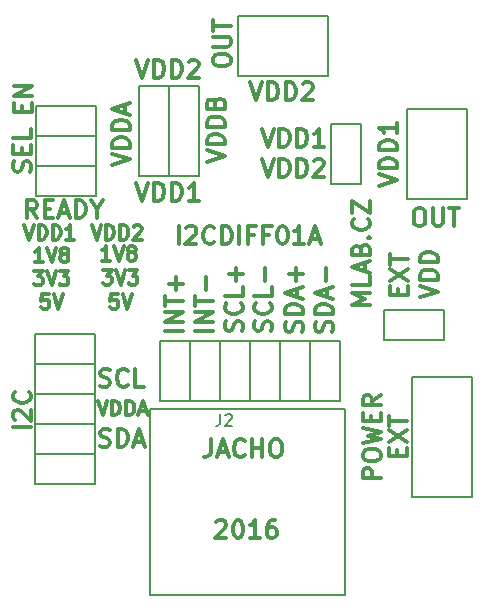
<source format=gbr>
G04 #@! TF.FileFunction,Legend,Top*
%FSLAX46Y46*%
G04 Gerber Fmt 4.6, Leading zero omitted, Abs format (unit mm)*
G04 Created by KiCad (PCBNEW 4.0.1-stable) date 18. 2. 2016 10:36:15*
%MOMM*%
G01*
G04 APERTURE LIST*
%ADD10C,0.300000*%
%ADD11C,0.150000*%
G04 APERTURE END LIST*
D10*
X22387643Y22701214D02*
X22459071Y22915500D01*
X22459071Y23272643D01*
X22387643Y23415500D01*
X22316214Y23486929D01*
X22173357Y23558357D01*
X22030500Y23558357D01*
X21887643Y23486929D01*
X21816214Y23415500D01*
X21744786Y23272643D01*
X21673357Y22986929D01*
X21601929Y22844071D01*
X21530500Y22772643D01*
X21387643Y22701214D01*
X21244786Y22701214D01*
X21101929Y22772643D01*
X21030500Y22844071D01*
X20959071Y22986929D01*
X20959071Y23344071D01*
X21030500Y23558357D01*
X22316214Y25058357D02*
X22387643Y24986928D01*
X22459071Y24772642D01*
X22459071Y24629785D01*
X22387643Y24415500D01*
X22244786Y24272642D01*
X22101929Y24201214D01*
X21816214Y24129785D01*
X21601929Y24129785D01*
X21316214Y24201214D01*
X21173357Y24272642D01*
X21030500Y24415500D01*
X20959071Y24629785D01*
X20959071Y24772642D01*
X21030500Y24986928D01*
X21101929Y25058357D01*
X22459071Y26415500D02*
X22459071Y25701214D01*
X20959071Y25701214D01*
X21887643Y26915500D02*
X21887643Y28058357D01*
X19911143Y22701214D02*
X19982571Y22915500D01*
X19982571Y23272643D01*
X19911143Y23415500D01*
X19839714Y23486929D01*
X19696857Y23558357D01*
X19554000Y23558357D01*
X19411143Y23486929D01*
X19339714Y23415500D01*
X19268286Y23272643D01*
X19196857Y22986929D01*
X19125429Y22844071D01*
X19054000Y22772643D01*
X18911143Y22701214D01*
X18768286Y22701214D01*
X18625429Y22772643D01*
X18554000Y22844071D01*
X18482571Y22986929D01*
X18482571Y23344071D01*
X18554000Y23558357D01*
X19839714Y25058357D02*
X19911143Y24986928D01*
X19982571Y24772642D01*
X19982571Y24629785D01*
X19911143Y24415500D01*
X19768286Y24272642D01*
X19625429Y24201214D01*
X19339714Y24129785D01*
X19125429Y24129785D01*
X18839714Y24201214D01*
X18696857Y24272642D01*
X18554000Y24415500D01*
X18482571Y24629785D01*
X18482571Y24772642D01*
X18554000Y24986928D01*
X18625429Y25058357D01*
X19982571Y26415500D02*
X19982571Y25701214D01*
X18482571Y25701214D01*
X19411143Y26915500D02*
X19411143Y28058357D01*
X19982571Y27486928D02*
X18839714Y27486928D01*
X2324287Y27771643D02*
X3067144Y27771643D01*
X2667144Y27314500D01*
X2838572Y27314500D01*
X2952858Y27257357D01*
X3010001Y27200214D01*
X3067144Y27085929D01*
X3067144Y26800214D01*
X3010001Y26685929D01*
X2952858Y26628786D01*
X2838572Y26571643D01*
X2495715Y26571643D01*
X2381429Y26628786D01*
X2324287Y26685929D01*
X3410001Y27771643D02*
X3810001Y26571643D01*
X4210001Y27771643D01*
X4495715Y27771643D02*
X5238572Y27771643D01*
X4838572Y27314500D01*
X5010000Y27314500D01*
X5124286Y27257357D01*
X5181429Y27200214D01*
X5238572Y27085929D01*
X5238572Y26800214D01*
X5181429Y26685929D01*
X5124286Y26628786D01*
X5010000Y26571643D01*
X4667143Y26571643D01*
X4552857Y26628786D01*
X4495715Y26685929D01*
X2576001Y32277929D02*
X2076001Y32992214D01*
X1718858Y32277929D02*
X1718858Y33777929D01*
X2290286Y33777929D01*
X2433144Y33706500D01*
X2504572Y33635071D01*
X2576001Y33492214D01*
X2576001Y33277929D01*
X2504572Y33135071D01*
X2433144Y33063643D01*
X2290286Y32992214D01*
X1718858Y32992214D01*
X3218858Y33063643D02*
X3718858Y33063643D01*
X3933144Y32277929D02*
X3218858Y32277929D01*
X3218858Y33777929D01*
X3933144Y33777929D01*
X4504572Y32706500D02*
X5218858Y32706500D01*
X4361715Y32277929D02*
X4861715Y33777929D01*
X5361715Y32277929D01*
X5861715Y32277929D02*
X5861715Y33777929D01*
X6218858Y33777929D01*
X6433143Y33706500D01*
X6576001Y33563643D01*
X6647429Y33420786D01*
X6718858Y33135071D01*
X6718858Y32920786D01*
X6647429Y32635071D01*
X6576001Y32492214D01*
X6433143Y32349357D01*
X6218858Y32277929D01*
X5861715Y32277929D01*
X7647429Y32992214D02*
X7647429Y32277929D01*
X7147429Y33777929D02*
X7647429Y32992214D01*
X8147429Y33777929D01*
X33103357Y12108858D02*
X33103357Y12608858D01*
X33889071Y12823144D02*
X33889071Y12108858D01*
X32389071Y12108858D01*
X32389071Y12823144D01*
X32389071Y13323144D02*
X33889071Y14323144D01*
X32389071Y14323144D02*
X33889071Y13323144D01*
X32389071Y14680286D02*
X32389071Y15537429D01*
X33889071Y15108858D02*
X32389071Y15108858D01*
X17748572Y6520571D02*
X17820001Y6592000D01*
X17962858Y6663429D01*
X18320001Y6663429D01*
X18462858Y6592000D01*
X18534287Y6520571D01*
X18605715Y6377714D01*
X18605715Y6234857D01*
X18534287Y6020571D01*
X17677144Y5163429D01*
X18605715Y5163429D01*
X19534286Y6663429D02*
X19677143Y6663429D01*
X19820000Y6592000D01*
X19891429Y6520571D01*
X19962858Y6377714D01*
X20034286Y6092000D01*
X20034286Y5734857D01*
X19962858Y5449143D01*
X19891429Y5306286D01*
X19820000Y5234857D01*
X19677143Y5163429D01*
X19534286Y5163429D01*
X19391429Y5234857D01*
X19320000Y5306286D01*
X19248572Y5449143D01*
X19177143Y5734857D01*
X19177143Y6092000D01*
X19248572Y6377714D01*
X19320000Y6520571D01*
X19391429Y6592000D01*
X19534286Y6663429D01*
X21462857Y5163429D02*
X20605714Y5163429D01*
X21034286Y5163429D02*
X21034286Y6663429D01*
X20891429Y6449143D01*
X20748571Y6306286D01*
X20605714Y6234857D01*
X22748571Y6663429D02*
X22462857Y6663429D01*
X22320000Y6592000D01*
X22248571Y6520571D01*
X22105714Y6306286D01*
X22034285Y6020571D01*
X22034285Y5449143D01*
X22105714Y5306286D01*
X22177142Y5234857D01*
X22320000Y5163429D01*
X22605714Y5163429D01*
X22748571Y5234857D01*
X22820000Y5306286D01*
X22891428Y5449143D01*
X22891428Y5806286D01*
X22820000Y5949143D01*
X22748571Y6020571D01*
X22605714Y6092000D01*
X22320000Y6092000D01*
X22177142Y6020571D01*
X22105714Y5949143D01*
X22034285Y5806286D01*
X17316000Y13521429D02*
X17316000Y12450000D01*
X17244572Y12235714D01*
X17101715Y12092857D01*
X16887429Y12021429D01*
X16744572Y12021429D01*
X17958857Y12450000D02*
X18673143Y12450000D01*
X17816000Y12021429D02*
X18316000Y13521429D01*
X18816000Y12021429D01*
X20173143Y12164286D02*
X20101714Y12092857D01*
X19887428Y12021429D01*
X19744571Y12021429D01*
X19530286Y12092857D01*
X19387428Y12235714D01*
X19316000Y12378571D01*
X19244571Y12664286D01*
X19244571Y12878571D01*
X19316000Y13164286D01*
X19387428Y13307143D01*
X19530286Y13450000D01*
X19744571Y13521429D01*
X19887428Y13521429D01*
X20101714Y13450000D01*
X20173143Y13378571D01*
X20816000Y12021429D02*
X20816000Y13521429D01*
X20816000Y12807143D02*
X21673143Y12807143D01*
X21673143Y12021429D02*
X21673143Y13521429D01*
X22673143Y13521429D02*
X22958857Y13521429D01*
X23101715Y13450000D01*
X23244572Y13307143D01*
X23316000Y13021429D01*
X23316000Y12521429D01*
X23244572Y12235714D01*
X23101715Y12092857D01*
X22958857Y12021429D01*
X22673143Y12021429D01*
X22530286Y12092857D01*
X22387429Y12235714D01*
X22316000Y12521429D01*
X22316000Y13021429D01*
X22387429Y13307143D01*
X22530286Y13450000D01*
X22673143Y13521429D01*
X9423429Y25803143D02*
X8852000Y25803143D01*
X8794857Y25231714D01*
X8852000Y25288857D01*
X8966286Y25346000D01*
X9252000Y25346000D01*
X9366286Y25288857D01*
X9423429Y25231714D01*
X9480572Y25117429D01*
X9480572Y24831714D01*
X9423429Y24717429D01*
X9366286Y24660286D01*
X9252000Y24603143D01*
X8966286Y24603143D01*
X8852000Y24660286D01*
X8794857Y24717429D01*
X9823429Y25803143D02*
X10223429Y24603143D01*
X10623429Y25803143D01*
X8166287Y27835143D02*
X8909144Y27835143D01*
X8509144Y27378000D01*
X8680572Y27378000D01*
X8794858Y27320857D01*
X8852001Y27263714D01*
X8909144Y27149429D01*
X8909144Y26863714D01*
X8852001Y26749429D01*
X8794858Y26692286D01*
X8680572Y26635143D01*
X8337715Y26635143D01*
X8223429Y26692286D01*
X8166287Y26749429D01*
X9252001Y27835143D02*
X9652001Y26635143D01*
X10052001Y27835143D01*
X10337715Y27835143D02*
X11080572Y27835143D01*
X10680572Y27378000D01*
X10852000Y27378000D01*
X10966286Y27320857D01*
X11023429Y27263714D01*
X11080572Y27149429D01*
X11080572Y26863714D01*
X11023429Y26749429D01*
X10966286Y26692286D01*
X10852000Y26635143D01*
X10509143Y26635143D01*
X10394857Y26692286D01*
X10337715Y26749429D01*
X8782144Y28667143D02*
X8096429Y28667143D01*
X8439287Y28667143D02*
X8439287Y29867143D01*
X8325001Y29695714D01*
X8210715Y29581429D01*
X8096429Y29524286D01*
X9125001Y29867143D02*
X9525001Y28667143D01*
X9925001Y29867143D01*
X10496429Y29352857D02*
X10382143Y29410000D01*
X10325000Y29467143D01*
X10267857Y29581429D01*
X10267857Y29638571D01*
X10325000Y29752857D01*
X10382143Y29810000D01*
X10496429Y29867143D01*
X10725000Y29867143D01*
X10839286Y29810000D01*
X10896429Y29752857D01*
X10953572Y29638571D01*
X10953572Y29581429D01*
X10896429Y29467143D01*
X10839286Y29410000D01*
X10725000Y29352857D01*
X10496429Y29352857D01*
X10382143Y29295714D01*
X10325000Y29238571D01*
X10267857Y29124286D01*
X10267857Y28895714D01*
X10325000Y28781429D01*
X10382143Y28724286D01*
X10496429Y28667143D01*
X10725000Y28667143D01*
X10839286Y28724286D01*
X10896429Y28781429D01*
X10953572Y28895714D01*
X10953572Y29124286D01*
X10896429Y29238571D01*
X10839286Y29295714D01*
X10725000Y29352857D01*
X3581429Y25803143D02*
X3010000Y25803143D01*
X2952857Y25231714D01*
X3010000Y25288857D01*
X3124286Y25346000D01*
X3410000Y25346000D01*
X3524286Y25288857D01*
X3581429Y25231714D01*
X3638572Y25117429D01*
X3638572Y24831714D01*
X3581429Y24717429D01*
X3524286Y24660286D01*
X3410000Y24603143D01*
X3124286Y24603143D01*
X3010000Y24660286D01*
X2952857Y24717429D01*
X3981429Y25803143D02*
X4381429Y24603143D01*
X4781429Y25803143D01*
X3067144Y28540143D02*
X2381429Y28540143D01*
X2724287Y28540143D02*
X2724287Y29740143D01*
X2610001Y29568714D01*
X2495715Y29454429D01*
X2381429Y29397286D01*
X3410001Y29740143D02*
X3810001Y28540143D01*
X4210001Y29740143D01*
X4781429Y29225857D02*
X4667143Y29283000D01*
X4610000Y29340143D01*
X4552857Y29454429D01*
X4552857Y29511571D01*
X4610000Y29625857D01*
X4667143Y29683000D01*
X4781429Y29740143D01*
X5010000Y29740143D01*
X5124286Y29683000D01*
X5181429Y29625857D01*
X5238572Y29511571D01*
X5238572Y29454429D01*
X5181429Y29340143D01*
X5124286Y29283000D01*
X5010000Y29225857D01*
X4781429Y29225857D01*
X4667143Y29168714D01*
X4610000Y29111571D01*
X4552857Y28997286D01*
X4552857Y28768714D01*
X4610000Y28654429D01*
X4667143Y28597286D01*
X4781429Y28540143D01*
X5010000Y28540143D01*
X5124286Y28597286D01*
X5181429Y28654429D01*
X5238572Y28768714D01*
X5238572Y28997286D01*
X5181429Y29111571D01*
X5124286Y29168714D01*
X5010000Y29225857D01*
X1511572Y31645143D02*
X1911572Y30445143D01*
X2311572Y31645143D01*
X2711571Y30445143D02*
X2711571Y31645143D01*
X2997286Y31645143D01*
X3168714Y31588000D01*
X3283000Y31473714D01*
X3340143Y31359429D01*
X3397286Y31130857D01*
X3397286Y30959429D01*
X3340143Y30730857D01*
X3283000Y30616571D01*
X3168714Y30502286D01*
X2997286Y30445143D01*
X2711571Y30445143D01*
X3911571Y30445143D02*
X3911571Y31645143D01*
X4197286Y31645143D01*
X4368714Y31588000D01*
X4483000Y31473714D01*
X4540143Y31359429D01*
X4597286Y31130857D01*
X4597286Y30959429D01*
X4540143Y30730857D01*
X4483000Y30616571D01*
X4368714Y30502286D01*
X4197286Y30445143D01*
X3911571Y30445143D01*
X5740143Y30445143D02*
X5054428Y30445143D01*
X5397286Y30445143D02*
X5397286Y31645143D01*
X5283000Y31473714D01*
X5168714Y31359429D01*
X5054428Y31302286D01*
X7226572Y31645143D02*
X7626572Y30445143D01*
X8026572Y31645143D01*
X8426571Y30445143D02*
X8426571Y31645143D01*
X8712286Y31645143D01*
X8883714Y31588000D01*
X8998000Y31473714D01*
X9055143Y31359429D01*
X9112286Y31130857D01*
X9112286Y30959429D01*
X9055143Y30730857D01*
X8998000Y30616571D01*
X8883714Y30502286D01*
X8712286Y30445143D01*
X8426571Y30445143D01*
X9626571Y30445143D02*
X9626571Y31645143D01*
X9912286Y31645143D01*
X10083714Y31588000D01*
X10198000Y31473714D01*
X10255143Y31359429D01*
X10312286Y31130857D01*
X10312286Y30959429D01*
X10255143Y30730857D01*
X10198000Y30616571D01*
X10083714Y30502286D01*
X9912286Y30445143D01*
X9626571Y30445143D01*
X10769428Y31530857D02*
X10826571Y31588000D01*
X10940857Y31645143D01*
X11226571Y31645143D01*
X11340857Y31588000D01*
X11398000Y31530857D01*
X11455143Y31416571D01*
X11455143Y31302286D01*
X11398000Y31130857D01*
X10712286Y30445143D01*
X11455143Y30445143D01*
X30777571Y24888572D02*
X29277571Y24888572D01*
X30349000Y25388572D01*
X29277571Y25888572D01*
X30777571Y25888572D01*
X30777571Y27317144D02*
X30777571Y26602858D01*
X29277571Y26602858D01*
X30349000Y27745715D02*
X30349000Y28460001D01*
X30777571Y27602858D02*
X29277571Y28102858D01*
X30777571Y28602858D01*
X29991857Y29602858D02*
X30063286Y29817144D01*
X30134714Y29888572D01*
X30277571Y29960001D01*
X30491857Y29960001D01*
X30634714Y29888572D01*
X30706143Y29817144D01*
X30777571Y29674286D01*
X30777571Y29102858D01*
X29277571Y29102858D01*
X29277571Y29602858D01*
X29349000Y29745715D01*
X29420429Y29817144D01*
X29563286Y29888572D01*
X29706143Y29888572D01*
X29849000Y29817144D01*
X29920429Y29745715D01*
X29991857Y29602858D01*
X29991857Y29102858D01*
X30634714Y30602858D02*
X30706143Y30674286D01*
X30777571Y30602858D01*
X30706143Y30531429D01*
X30634714Y30602858D01*
X30777571Y30602858D01*
X30634714Y32174287D02*
X30706143Y32102858D01*
X30777571Y31888572D01*
X30777571Y31745715D01*
X30706143Y31531430D01*
X30563286Y31388572D01*
X30420429Y31317144D01*
X30134714Y31245715D01*
X29920429Y31245715D01*
X29634714Y31317144D01*
X29491857Y31388572D01*
X29349000Y31531430D01*
X29277571Y31745715D01*
X29277571Y31888572D01*
X29349000Y32102858D01*
X29420429Y32174287D01*
X29277571Y32674287D02*
X29277571Y33674287D01*
X30777571Y32674287D01*
X30777571Y33674287D01*
X14581930Y30055429D02*
X14581930Y31555429D01*
X15224787Y31412571D02*
X15296216Y31484000D01*
X15439073Y31555429D01*
X15796216Y31555429D01*
X15939073Y31484000D01*
X16010502Y31412571D01*
X16081930Y31269714D01*
X16081930Y31126857D01*
X16010502Y30912571D01*
X15153359Y30055429D01*
X16081930Y30055429D01*
X17581930Y30198286D02*
X17510501Y30126857D01*
X17296215Y30055429D01*
X17153358Y30055429D01*
X16939073Y30126857D01*
X16796215Y30269714D01*
X16724787Y30412571D01*
X16653358Y30698286D01*
X16653358Y30912571D01*
X16724787Y31198286D01*
X16796215Y31341143D01*
X16939073Y31484000D01*
X17153358Y31555429D01*
X17296215Y31555429D01*
X17510501Y31484000D01*
X17581930Y31412571D01*
X18224787Y30055429D02*
X18224787Y31555429D01*
X18581930Y31555429D01*
X18796215Y31484000D01*
X18939073Y31341143D01*
X19010501Y31198286D01*
X19081930Y30912571D01*
X19081930Y30698286D01*
X19010501Y30412571D01*
X18939073Y30269714D01*
X18796215Y30126857D01*
X18581930Y30055429D01*
X18224787Y30055429D01*
X19724787Y30055429D02*
X19724787Y31555429D01*
X20939073Y30841143D02*
X20439073Y30841143D01*
X20439073Y30055429D02*
X20439073Y31555429D01*
X21153359Y31555429D01*
X22224787Y30841143D02*
X21724787Y30841143D01*
X21724787Y30055429D02*
X21724787Y31555429D01*
X22439073Y31555429D01*
X23296215Y31555429D02*
X23439072Y31555429D01*
X23581929Y31484000D01*
X23653358Y31412571D01*
X23724787Y31269714D01*
X23796215Y30984000D01*
X23796215Y30626857D01*
X23724787Y30341143D01*
X23653358Y30198286D01*
X23581929Y30126857D01*
X23439072Y30055429D01*
X23296215Y30055429D01*
X23153358Y30126857D01*
X23081929Y30198286D01*
X23010501Y30341143D01*
X22939072Y30626857D01*
X22939072Y30984000D01*
X23010501Y31269714D01*
X23081929Y31412571D01*
X23153358Y31484000D01*
X23296215Y31555429D01*
X25224786Y30055429D02*
X24367643Y30055429D01*
X24796215Y30055429D02*
X24796215Y31555429D01*
X24653358Y31341143D01*
X24510500Y31198286D01*
X24367643Y31126857D01*
X25796214Y30484000D02*
X26510500Y30484000D01*
X25653357Y30055429D02*
X26153357Y31555429D01*
X26653357Y30055429D01*
X21606572Y37270429D02*
X22106572Y35770429D01*
X22606572Y37270429D01*
X23106572Y35770429D02*
X23106572Y37270429D01*
X23463715Y37270429D01*
X23678000Y37199000D01*
X23820858Y37056143D01*
X23892286Y36913286D01*
X23963715Y36627571D01*
X23963715Y36413286D01*
X23892286Y36127571D01*
X23820858Y35984714D01*
X23678000Y35841857D01*
X23463715Y35770429D01*
X23106572Y35770429D01*
X24606572Y35770429D02*
X24606572Y37270429D01*
X24963715Y37270429D01*
X25178000Y37199000D01*
X25320858Y37056143D01*
X25392286Y36913286D01*
X25463715Y36627571D01*
X25463715Y36413286D01*
X25392286Y36127571D01*
X25320858Y35984714D01*
X25178000Y35841857D01*
X24963715Y35770429D01*
X24606572Y35770429D01*
X26035143Y37127571D02*
X26106572Y37199000D01*
X26249429Y37270429D01*
X26606572Y37270429D01*
X26749429Y37199000D01*
X26820858Y37127571D01*
X26892286Y36984714D01*
X26892286Y36841857D01*
X26820858Y36627571D01*
X25963715Y35770429D01*
X26892286Y35770429D01*
X21606572Y39810429D02*
X22106572Y38310429D01*
X22606572Y39810429D01*
X23106572Y38310429D02*
X23106572Y39810429D01*
X23463715Y39810429D01*
X23678000Y39739000D01*
X23820858Y39596143D01*
X23892286Y39453286D01*
X23963715Y39167571D01*
X23963715Y38953286D01*
X23892286Y38667571D01*
X23820858Y38524714D01*
X23678000Y38381857D01*
X23463715Y38310429D01*
X23106572Y38310429D01*
X24606572Y38310429D02*
X24606572Y39810429D01*
X24963715Y39810429D01*
X25178000Y39739000D01*
X25320858Y39596143D01*
X25392286Y39453286D01*
X25463715Y39167571D01*
X25463715Y38953286D01*
X25392286Y38667571D01*
X25320858Y38524714D01*
X25178000Y38381857D01*
X24963715Y38310429D01*
X24606572Y38310429D01*
X26892286Y38310429D02*
X26035143Y38310429D01*
X26463715Y38310429D02*
X26463715Y39810429D01*
X26320858Y39596143D01*
X26178000Y39453286D01*
X26035143Y39381857D01*
X34992571Y25542857D02*
X36492571Y26042857D01*
X34992571Y26542857D01*
X36492571Y27042857D02*
X34992571Y27042857D01*
X34992571Y27400000D01*
X35064000Y27614285D01*
X35206857Y27757143D01*
X35349714Y27828571D01*
X35635429Y27900000D01*
X35849714Y27900000D01*
X36135429Y27828571D01*
X36278286Y27757143D01*
X36421143Y27614285D01*
X36492571Y27400000D01*
X36492571Y27042857D01*
X36492571Y28542857D02*
X34992571Y28542857D01*
X34992571Y28900000D01*
X35064000Y29114285D01*
X35206857Y29257143D01*
X35349714Y29328571D01*
X35635429Y29400000D01*
X35849714Y29400000D01*
X36135429Y29328571D01*
X36278286Y29257143D01*
X36421143Y29114285D01*
X36492571Y28900000D01*
X36492571Y28542857D01*
X33166857Y25757143D02*
X33166857Y26257143D01*
X33952571Y26471429D02*
X33952571Y25757143D01*
X32452571Y25757143D01*
X32452571Y26471429D01*
X32452571Y26971429D02*
X33952571Y27971429D01*
X32452571Y27971429D02*
X33952571Y26971429D01*
X32452571Y28328571D02*
X32452571Y29185714D01*
X33952571Y28757143D02*
X32452571Y28757143D01*
X7905714Y12981857D02*
X8120000Y12910429D01*
X8477143Y12910429D01*
X8620000Y12981857D01*
X8691429Y13053286D01*
X8762857Y13196143D01*
X8762857Y13339000D01*
X8691429Y13481857D01*
X8620000Y13553286D01*
X8477143Y13624714D01*
X8191429Y13696143D01*
X8048571Y13767571D01*
X7977143Y13839000D01*
X7905714Y13981857D01*
X7905714Y14124714D01*
X7977143Y14267571D01*
X8048571Y14339000D01*
X8191429Y14410429D01*
X8548571Y14410429D01*
X8762857Y14339000D01*
X9405714Y12910429D02*
X9405714Y14410429D01*
X9762857Y14410429D01*
X9977142Y14339000D01*
X10120000Y14196143D01*
X10191428Y14053286D01*
X10262857Y13767571D01*
X10262857Y13553286D01*
X10191428Y13267571D01*
X10120000Y13124714D01*
X9977142Y12981857D01*
X9762857Y12910429D01*
X9405714Y12910429D01*
X10834285Y13339000D02*
X11548571Y13339000D01*
X10691428Y12910429D02*
X11191428Y14410429D01*
X11691428Y12910429D01*
X7734286Y16786143D02*
X8134286Y15586143D01*
X8534286Y16786143D01*
X8934285Y15586143D02*
X8934285Y16786143D01*
X9220000Y16786143D01*
X9391428Y16729000D01*
X9505714Y16614714D01*
X9562857Y16500429D01*
X9620000Y16271857D01*
X9620000Y16100429D01*
X9562857Y15871857D01*
X9505714Y15757571D01*
X9391428Y15643286D01*
X9220000Y15586143D01*
X8934285Y15586143D01*
X10134285Y15586143D02*
X10134285Y16786143D01*
X10420000Y16786143D01*
X10591428Y16729000D01*
X10705714Y16614714D01*
X10762857Y16500429D01*
X10820000Y16271857D01*
X10820000Y16100429D01*
X10762857Y15871857D01*
X10705714Y15757571D01*
X10591428Y15643286D01*
X10420000Y15586143D01*
X10134285Y15586143D01*
X11277142Y15929000D02*
X11848571Y15929000D01*
X11162857Y15586143D02*
X11562857Y16786143D01*
X11962857Y15586143D01*
X7905714Y18061857D02*
X8120000Y17990429D01*
X8477143Y17990429D01*
X8620000Y18061857D01*
X8691429Y18133286D01*
X8762857Y18276143D01*
X8762857Y18419000D01*
X8691429Y18561857D01*
X8620000Y18633286D01*
X8477143Y18704714D01*
X8191429Y18776143D01*
X8048571Y18847571D01*
X7977143Y18919000D01*
X7905714Y19061857D01*
X7905714Y19204714D01*
X7977143Y19347571D01*
X8048571Y19419000D01*
X8191429Y19490429D01*
X8548571Y19490429D01*
X8762857Y19419000D01*
X10262857Y18133286D02*
X10191428Y18061857D01*
X9977142Y17990429D01*
X9834285Y17990429D01*
X9620000Y18061857D01*
X9477142Y18204714D01*
X9405714Y18347571D01*
X9334285Y18633286D01*
X9334285Y18847571D01*
X9405714Y19133286D01*
X9477142Y19276143D01*
X9620000Y19419000D01*
X9834285Y19490429D01*
X9977142Y19490429D01*
X10191428Y19419000D01*
X10262857Y19347571D01*
X11620000Y17990429D02*
X10905714Y17990429D01*
X10905714Y19490429D01*
X2075571Y14537715D02*
X575571Y14537715D01*
X718429Y15180572D02*
X647000Y15252001D01*
X575571Y15394858D01*
X575571Y15752001D01*
X647000Y15894858D01*
X718429Y15966287D01*
X861286Y16037715D01*
X1004143Y16037715D01*
X1218429Y15966287D01*
X2075571Y15109144D01*
X2075571Y16037715D01*
X1932714Y17537715D02*
X2004143Y17466286D01*
X2075571Y17252000D01*
X2075571Y17109143D01*
X2004143Y16894858D01*
X1861286Y16752000D01*
X1718429Y16680572D01*
X1432714Y16609143D01*
X1218429Y16609143D01*
X932714Y16680572D01*
X789857Y16752000D01*
X647000Y16894858D01*
X575571Y17109143D01*
X575571Y17252000D01*
X647000Y17466286D01*
X718429Y17537715D01*
X27531143Y22637714D02*
X27602571Y22852000D01*
X27602571Y23209143D01*
X27531143Y23352000D01*
X27459714Y23423429D01*
X27316857Y23494857D01*
X27174000Y23494857D01*
X27031143Y23423429D01*
X26959714Y23352000D01*
X26888286Y23209143D01*
X26816857Y22923429D01*
X26745429Y22780571D01*
X26674000Y22709143D01*
X26531143Y22637714D01*
X26388286Y22637714D01*
X26245429Y22709143D01*
X26174000Y22780571D01*
X26102571Y22923429D01*
X26102571Y23280571D01*
X26174000Y23494857D01*
X27602571Y24137714D02*
X26102571Y24137714D01*
X26102571Y24494857D01*
X26174000Y24709142D01*
X26316857Y24852000D01*
X26459714Y24923428D01*
X26745429Y24994857D01*
X26959714Y24994857D01*
X27245429Y24923428D01*
X27388286Y24852000D01*
X27531143Y24709142D01*
X27602571Y24494857D01*
X27602571Y24137714D01*
X27174000Y25566285D02*
X27174000Y26280571D01*
X27602571Y25423428D02*
X26102571Y25923428D01*
X27602571Y26423428D01*
X27031143Y26923428D02*
X27031143Y28066285D01*
X24991143Y22637714D02*
X25062571Y22852000D01*
X25062571Y23209143D01*
X24991143Y23352000D01*
X24919714Y23423429D01*
X24776857Y23494857D01*
X24634000Y23494857D01*
X24491143Y23423429D01*
X24419714Y23352000D01*
X24348286Y23209143D01*
X24276857Y22923429D01*
X24205429Y22780571D01*
X24134000Y22709143D01*
X23991143Y22637714D01*
X23848286Y22637714D01*
X23705429Y22709143D01*
X23634000Y22780571D01*
X23562571Y22923429D01*
X23562571Y23280571D01*
X23634000Y23494857D01*
X25062571Y24137714D02*
X23562571Y24137714D01*
X23562571Y24494857D01*
X23634000Y24709142D01*
X23776857Y24852000D01*
X23919714Y24923428D01*
X24205429Y24994857D01*
X24419714Y24994857D01*
X24705429Y24923428D01*
X24848286Y24852000D01*
X24991143Y24709142D01*
X25062571Y24494857D01*
X25062571Y24137714D01*
X24634000Y25566285D02*
X24634000Y26280571D01*
X25062571Y25423428D02*
X23562571Y25923428D01*
X25062571Y26423428D01*
X24491143Y26923428D02*
X24491143Y28066285D01*
X25062571Y27494856D02*
X23919714Y27494856D01*
X17442571Y22709143D02*
X15942571Y22709143D01*
X17442571Y23423429D02*
X15942571Y23423429D01*
X17442571Y24280572D01*
X15942571Y24280572D01*
X15942571Y24780572D02*
X15942571Y25637715D01*
X17442571Y25209144D02*
X15942571Y25209144D01*
X16871143Y26137715D02*
X16871143Y27280572D01*
X14902571Y22709143D02*
X13402571Y22709143D01*
X14902571Y23423429D02*
X13402571Y23423429D01*
X14902571Y24280572D01*
X13402571Y24280572D01*
X13402571Y24780572D02*
X13402571Y25637715D01*
X14902571Y25209144D02*
X13402571Y25209144D01*
X14331143Y26137715D02*
X14331143Y27280572D01*
X14902571Y26709143D02*
X13759714Y26709143D01*
X34822000Y33079429D02*
X35107714Y33079429D01*
X35250572Y33008000D01*
X35393429Y32865143D01*
X35464857Y32579429D01*
X35464857Y32079429D01*
X35393429Y31793714D01*
X35250572Y31650857D01*
X35107714Y31579429D01*
X34822000Y31579429D01*
X34679143Y31650857D01*
X34536286Y31793714D01*
X34464857Y32079429D01*
X34464857Y32579429D01*
X34536286Y32865143D01*
X34679143Y33008000D01*
X34822000Y33079429D01*
X36107715Y33079429D02*
X36107715Y31865143D01*
X36179143Y31722286D01*
X36250572Y31650857D01*
X36393429Y31579429D01*
X36679143Y31579429D01*
X36822001Y31650857D01*
X36893429Y31722286D01*
X36964858Y31865143D01*
X36964858Y33079429D01*
X37464858Y33079429D02*
X38322001Y33079429D01*
X37893430Y31579429D02*
X37893430Y33079429D01*
X17466571Y45490000D02*
X17466571Y45775714D01*
X17538000Y45918572D01*
X17680857Y46061429D01*
X17966571Y46132857D01*
X18466571Y46132857D01*
X18752286Y46061429D01*
X18895143Y45918572D01*
X18966571Y45775714D01*
X18966571Y45490000D01*
X18895143Y45347143D01*
X18752286Y45204286D01*
X18466571Y45132857D01*
X17966571Y45132857D01*
X17680857Y45204286D01*
X17538000Y45347143D01*
X17466571Y45490000D01*
X17466571Y46775715D02*
X18680857Y46775715D01*
X18823714Y46847143D01*
X18895143Y46918572D01*
X18966571Y47061429D01*
X18966571Y47347143D01*
X18895143Y47490001D01*
X18823714Y47561429D01*
X18680857Y47632858D01*
X17466571Y47632858D01*
X17466571Y48132858D02*
X17466571Y48990001D01*
X18966571Y48561430D02*
X17466571Y48561430D01*
X31666571Y10251714D02*
X30166571Y10251714D01*
X30166571Y10823142D01*
X30238000Y10966000D01*
X30309429Y11037428D01*
X30452286Y11108857D01*
X30666571Y11108857D01*
X30809429Y11037428D01*
X30880857Y10966000D01*
X30952286Y10823142D01*
X30952286Y10251714D01*
X30166571Y12037428D02*
X30166571Y12323142D01*
X30238000Y12466000D01*
X30380857Y12608857D01*
X30666571Y12680285D01*
X31166571Y12680285D01*
X31452286Y12608857D01*
X31595143Y12466000D01*
X31666571Y12323142D01*
X31666571Y12037428D01*
X31595143Y11894571D01*
X31452286Y11751714D01*
X31166571Y11680285D01*
X30666571Y11680285D01*
X30380857Y11751714D01*
X30238000Y11894571D01*
X30166571Y12037428D01*
X30166571Y13180286D02*
X31666571Y13537429D01*
X30595143Y13823143D01*
X31666571Y14108857D01*
X30166571Y14466000D01*
X30880857Y15037429D02*
X30880857Y15537429D01*
X31666571Y15751715D02*
X31666571Y15037429D01*
X30166571Y15037429D01*
X30166571Y15751715D01*
X31666571Y17251715D02*
X30952286Y16751715D01*
X31666571Y16394572D02*
X30166571Y16394572D01*
X30166571Y16966000D01*
X30238000Y17108858D01*
X30309429Y17180286D01*
X30452286Y17251715D01*
X30666571Y17251715D01*
X30809429Y17180286D01*
X30880857Y17108858D01*
X30952286Y16966000D01*
X30952286Y16394572D01*
X31563571Y35004715D02*
X33063571Y35504715D01*
X31563571Y36004715D01*
X33063571Y36504715D02*
X31563571Y36504715D01*
X31563571Y36861858D01*
X31635000Y37076143D01*
X31777857Y37219001D01*
X31920714Y37290429D01*
X32206429Y37361858D01*
X32420714Y37361858D01*
X32706429Y37290429D01*
X32849286Y37219001D01*
X32992143Y37076143D01*
X33063571Y36861858D01*
X33063571Y36504715D01*
X33063571Y38004715D02*
X31563571Y38004715D01*
X31563571Y38361858D01*
X31635000Y38576143D01*
X31777857Y38719001D01*
X31920714Y38790429D01*
X32206429Y38861858D01*
X32420714Y38861858D01*
X32706429Y38790429D01*
X32849286Y38719001D01*
X32992143Y38576143D01*
X33063571Y38361858D01*
X33063571Y38004715D01*
X33063571Y40290429D02*
X33063571Y39433286D01*
X33063571Y39861858D02*
X31563571Y39861858D01*
X31777857Y39719001D01*
X31920714Y39576143D01*
X31992143Y39433286D01*
X20653715Y43747429D02*
X21153715Y42247429D01*
X21653715Y43747429D01*
X22153715Y42247429D02*
X22153715Y43747429D01*
X22510858Y43747429D01*
X22725143Y43676000D01*
X22868001Y43533143D01*
X22939429Y43390286D01*
X23010858Y43104571D01*
X23010858Y42890286D01*
X22939429Y42604571D01*
X22868001Y42461714D01*
X22725143Y42318857D01*
X22510858Y42247429D01*
X22153715Y42247429D01*
X23653715Y42247429D02*
X23653715Y43747429D01*
X24010858Y43747429D01*
X24225143Y43676000D01*
X24368001Y43533143D01*
X24439429Y43390286D01*
X24510858Y43104571D01*
X24510858Y42890286D01*
X24439429Y42604571D01*
X24368001Y42461714D01*
X24225143Y42318857D01*
X24010858Y42247429D01*
X23653715Y42247429D01*
X25082286Y43604571D02*
X25153715Y43676000D01*
X25296572Y43747429D01*
X25653715Y43747429D01*
X25796572Y43676000D01*
X25868001Y43604571D01*
X25939429Y43461714D01*
X25939429Y43318857D01*
X25868001Y43104571D01*
X25010858Y42247429D01*
X25939429Y42247429D01*
X16958571Y37001000D02*
X18458571Y37501000D01*
X16958571Y38001000D01*
X18458571Y38501000D02*
X16958571Y38501000D01*
X16958571Y38858143D01*
X17030000Y39072428D01*
X17172857Y39215286D01*
X17315714Y39286714D01*
X17601429Y39358143D01*
X17815714Y39358143D01*
X18101429Y39286714D01*
X18244286Y39215286D01*
X18387143Y39072428D01*
X18458571Y38858143D01*
X18458571Y38501000D01*
X18458571Y40001000D02*
X16958571Y40001000D01*
X16958571Y40358143D01*
X17030000Y40572428D01*
X17172857Y40715286D01*
X17315714Y40786714D01*
X17601429Y40858143D01*
X17815714Y40858143D01*
X18101429Y40786714D01*
X18244286Y40715286D01*
X18387143Y40572428D01*
X18458571Y40358143D01*
X18458571Y40001000D01*
X17672857Y42001000D02*
X17744286Y42215286D01*
X17815714Y42286714D01*
X17958571Y42358143D01*
X18172857Y42358143D01*
X18315714Y42286714D01*
X18387143Y42215286D01*
X18458571Y42072428D01*
X18458571Y41501000D01*
X16958571Y41501000D01*
X16958571Y42001000D01*
X17030000Y42143857D01*
X17101429Y42215286D01*
X17244286Y42286714D01*
X17387143Y42286714D01*
X17530000Y42215286D01*
X17601429Y42143857D01*
X17672857Y42001000D01*
X17672857Y41501000D01*
X8957571Y36727143D02*
X10457571Y37227143D01*
X8957571Y37727143D01*
X10457571Y38227143D02*
X8957571Y38227143D01*
X8957571Y38584286D01*
X9029000Y38798571D01*
X9171857Y38941429D01*
X9314714Y39012857D01*
X9600429Y39084286D01*
X9814714Y39084286D01*
X10100429Y39012857D01*
X10243286Y38941429D01*
X10386143Y38798571D01*
X10457571Y38584286D01*
X10457571Y38227143D01*
X10457571Y39727143D02*
X8957571Y39727143D01*
X8957571Y40084286D01*
X9029000Y40298571D01*
X9171857Y40441429D01*
X9314714Y40512857D01*
X9600429Y40584286D01*
X9814714Y40584286D01*
X10100429Y40512857D01*
X10243286Y40441429D01*
X10386143Y40298571D01*
X10457571Y40084286D01*
X10457571Y39727143D01*
X10029000Y41155714D02*
X10029000Y41870000D01*
X10457571Y41012857D02*
X8957571Y41512857D01*
X10457571Y42012857D01*
X11001715Y45652429D02*
X11501715Y44152429D01*
X12001715Y45652429D01*
X12501715Y44152429D02*
X12501715Y45652429D01*
X12858858Y45652429D01*
X13073143Y45581000D01*
X13216001Y45438143D01*
X13287429Y45295286D01*
X13358858Y45009571D01*
X13358858Y44795286D01*
X13287429Y44509571D01*
X13216001Y44366714D01*
X13073143Y44223857D01*
X12858858Y44152429D01*
X12501715Y44152429D01*
X14001715Y44152429D02*
X14001715Y45652429D01*
X14358858Y45652429D01*
X14573143Y45581000D01*
X14716001Y45438143D01*
X14787429Y45295286D01*
X14858858Y45009571D01*
X14858858Y44795286D01*
X14787429Y44509571D01*
X14716001Y44366714D01*
X14573143Y44223857D01*
X14358858Y44152429D01*
X14001715Y44152429D01*
X15430286Y45509571D02*
X15501715Y45581000D01*
X15644572Y45652429D01*
X16001715Y45652429D01*
X16144572Y45581000D01*
X16216001Y45509571D01*
X16287429Y45366714D01*
X16287429Y45223857D01*
X16216001Y45009571D01*
X15358858Y44152429D01*
X16287429Y44152429D01*
X11001715Y35238429D02*
X11501715Y33738429D01*
X12001715Y35238429D01*
X12501715Y33738429D02*
X12501715Y35238429D01*
X12858858Y35238429D01*
X13073143Y35167000D01*
X13216001Y35024143D01*
X13287429Y34881286D01*
X13358858Y34595571D01*
X13358858Y34381286D01*
X13287429Y34095571D01*
X13216001Y33952714D01*
X13073143Y33809857D01*
X12858858Y33738429D01*
X12501715Y33738429D01*
X14001715Y33738429D02*
X14001715Y35238429D01*
X14358858Y35238429D01*
X14573143Y35167000D01*
X14716001Y35024143D01*
X14787429Y34881286D01*
X14858858Y34595571D01*
X14858858Y34381286D01*
X14787429Y34095571D01*
X14716001Y33952714D01*
X14573143Y33809857D01*
X14358858Y33738429D01*
X14001715Y33738429D01*
X16287429Y33738429D02*
X15430286Y33738429D01*
X15858858Y33738429D02*
X15858858Y35238429D01*
X15716001Y35024143D01*
X15573143Y34881286D01*
X15430286Y34809857D01*
X2004143Y36195214D02*
X2075571Y36409500D01*
X2075571Y36766643D01*
X2004143Y36909500D01*
X1932714Y36980929D01*
X1789857Y37052357D01*
X1647000Y37052357D01*
X1504143Y36980929D01*
X1432714Y36909500D01*
X1361286Y36766643D01*
X1289857Y36480929D01*
X1218429Y36338071D01*
X1147000Y36266643D01*
X1004143Y36195214D01*
X861286Y36195214D01*
X718429Y36266643D01*
X647000Y36338071D01*
X575571Y36480929D01*
X575571Y36838071D01*
X647000Y37052357D01*
X1289857Y37695214D02*
X1289857Y38195214D01*
X2075571Y38409500D02*
X2075571Y37695214D01*
X575571Y37695214D01*
X575571Y38409500D01*
X2075571Y39766643D02*
X2075571Y39052357D01*
X575571Y39052357D01*
X1353357Y41247357D02*
X1353357Y41747357D01*
X2139071Y41961643D02*
X2139071Y41247357D01*
X639071Y41247357D01*
X639071Y41961643D01*
X2139071Y42604500D02*
X639071Y42604500D01*
X2139071Y43461643D01*
X639071Y43461643D01*
D11*
X12190000Y16112000D02*
X12190000Y382000D01*
X12190000Y382000D02*
X28700000Y382000D01*
X28700000Y382000D02*
X28700000Y16132000D01*
X28700000Y16132000D02*
X12190000Y16132000D01*
X34290000Y18796000D02*
X39370000Y18796000D01*
X39370000Y18796000D02*
X39370000Y8636000D01*
X39370000Y8636000D02*
X34290000Y8636000D01*
X34290000Y8636000D02*
X34290000Y18796000D01*
X12954000Y16764000D02*
X12954000Y21844000D01*
X12954000Y21844000D02*
X15494000Y21844000D01*
X15494000Y21844000D02*
X15494000Y16764000D01*
X15494000Y16764000D02*
X12954000Y16764000D01*
X15494000Y16764000D02*
X15494000Y21844000D01*
X15494000Y21844000D02*
X18034000Y21844000D01*
X18034000Y21844000D02*
X18034000Y16764000D01*
X18034000Y16764000D02*
X15494000Y16764000D01*
X18034000Y16764000D02*
X18034000Y21844000D01*
X18034000Y21844000D02*
X20574000Y21844000D01*
X20574000Y21844000D02*
X20574000Y16764000D01*
X20574000Y16764000D02*
X18034000Y16764000D01*
X20574000Y16764000D02*
X20574000Y21844000D01*
X20574000Y21844000D02*
X23114000Y21844000D01*
X23114000Y21844000D02*
X23114000Y16764000D01*
X23114000Y16764000D02*
X20574000Y16764000D01*
X23114000Y16764000D02*
X23114000Y21844000D01*
X23114000Y21844000D02*
X25654000Y21844000D01*
X25654000Y21844000D02*
X25654000Y16764000D01*
X25654000Y16764000D02*
X23114000Y16764000D01*
X25654000Y16764000D02*
X25654000Y21844000D01*
X25654000Y21844000D02*
X28194000Y21844000D01*
X28194000Y21844000D02*
X28194000Y16764000D01*
X28194000Y16764000D02*
X25654000Y16764000D01*
X33909000Y41529000D02*
X38989000Y41529000D01*
X38989000Y41529000D02*
X38989000Y33909000D01*
X38989000Y33909000D02*
X33909000Y33909000D01*
X33909000Y33909000D02*
X33909000Y41529000D01*
X29972000Y40259000D02*
X29972000Y35179000D01*
X29972000Y35179000D02*
X27432000Y35179000D01*
X27432000Y35179000D02*
X27432000Y40259000D01*
X27432000Y40259000D02*
X29972000Y40259000D01*
X13716000Y43434000D02*
X16256000Y43434000D01*
X16256000Y43434000D02*
X16256000Y35814000D01*
X16256000Y35814000D02*
X13716000Y35814000D01*
X13716000Y35814000D02*
X13716000Y43434000D01*
X19558000Y44323000D02*
X19558000Y49403000D01*
X19558000Y49403000D02*
X27178000Y49403000D01*
X27178000Y49403000D02*
X27178000Y44323000D01*
X27178000Y44323000D02*
X19558000Y44323000D01*
X2476500Y39179500D02*
X7556500Y39179500D01*
X7556500Y39179500D02*
X7556500Y36639500D01*
X7556500Y36639500D02*
X2476500Y36639500D01*
X2476500Y36639500D02*
X2476500Y39179500D01*
X2476500Y39179500D02*
X2476500Y41719500D01*
X2476500Y41719500D02*
X7556500Y41719500D01*
X7556500Y41719500D02*
X7556500Y39179500D01*
X7556500Y39179500D02*
X2476500Y39179500D01*
X2413000Y19939000D02*
X2413000Y22479000D01*
X2413000Y22479000D02*
X7493000Y22479000D01*
X7493000Y22479000D02*
X7493000Y19939000D01*
X7493000Y19939000D02*
X2413000Y19939000D01*
X2413000Y12319000D02*
X2413000Y14859000D01*
X2413000Y14859000D02*
X7493000Y14859000D01*
X7493000Y14859000D02*
X7493000Y12319000D01*
X7493000Y12319000D02*
X2413000Y12319000D01*
X2413000Y14859000D02*
X2413000Y17399000D01*
X2413000Y17399000D02*
X7493000Y17399000D01*
X7493000Y17399000D02*
X7493000Y14859000D01*
X7493000Y14859000D02*
X2413000Y14859000D01*
X2413000Y17399000D02*
X2413000Y19939000D01*
X2413000Y19939000D02*
X7493000Y19939000D01*
X7493000Y19939000D02*
X7493000Y17399000D01*
X7493000Y17399000D02*
X2413000Y17399000D01*
X2413000Y9779000D02*
X2413000Y12319000D01*
X2413000Y12319000D02*
X7493000Y12319000D01*
X7493000Y12319000D02*
X7493000Y9779000D01*
X7493000Y9779000D02*
X2413000Y9779000D01*
X11176000Y43434000D02*
X13716000Y43434000D01*
X13716000Y43434000D02*
X13716000Y35814000D01*
X13716000Y35814000D02*
X11176000Y35814000D01*
X11176000Y35814000D02*
X11176000Y43434000D01*
X31940500Y24447500D02*
X37020500Y24447500D01*
X37020500Y24447500D02*
X37020500Y21907500D01*
X37020500Y21907500D02*
X31940500Y21907500D01*
X31940500Y21907500D02*
X31940500Y24447500D01*
X2476500Y34099500D02*
X2476500Y36639500D01*
X2476500Y36639500D02*
X7556500Y36639500D01*
X7556500Y36639500D02*
X7556500Y34099500D01*
X7556500Y34099500D02*
X2476500Y34099500D01*
X18081667Y15660619D02*
X18081667Y14946333D01*
X18034047Y14803476D01*
X17938809Y14708238D01*
X17795952Y14660619D01*
X17700714Y14660619D01*
X18510238Y15565381D02*
X18557857Y15613000D01*
X18653095Y15660619D01*
X18891191Y15660619D01*
X18986429Y15613000D01*
X19034048Y15565381D01*
X19081667Y15470143D01*
X19081667Y15374905D01*
X19034048Y15232048D01*
X18462619Y14660619D01*
X19081667Y14660619D01*
M02*

</source>
